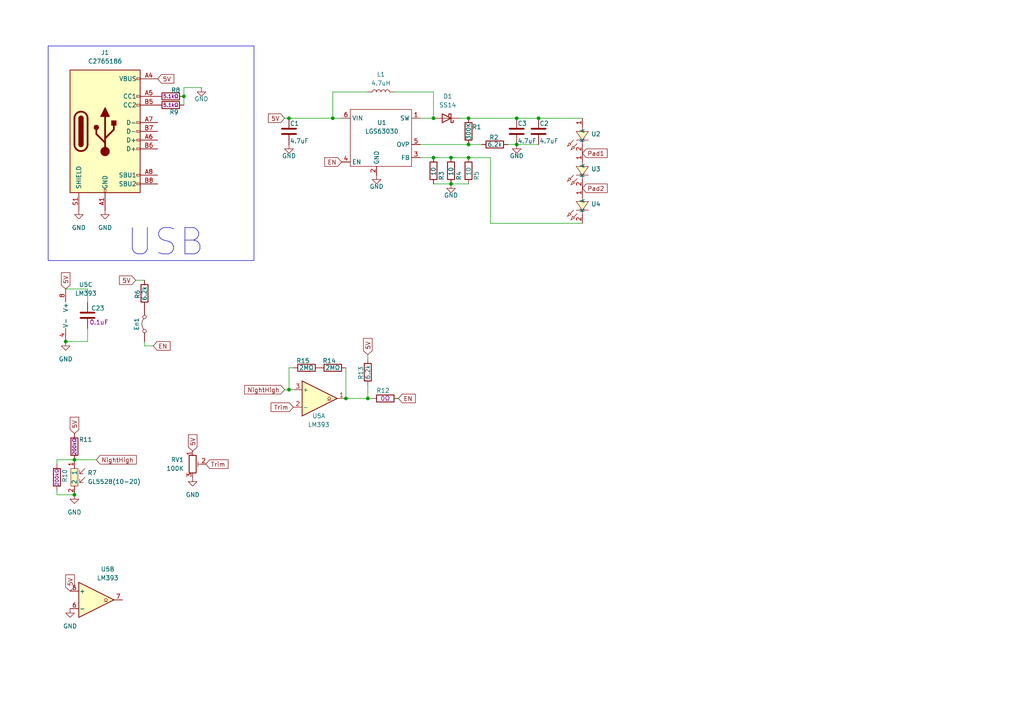
<source format=kicad_sch>
(kicad_sch (version 20250114) (generator "eeschema") (generator_version "9.0")
  (paper "A4")
  (lib_symbols
    (symbol "Comparator:LM393" (pin_names (offset 0.127))
      (property "Reference" "U" (at 3.81 3.81 0))
      (property "Value" "LM393" (at 6.35 -3.81 0))
      (symbol "LM393_1_1"
        (polyline (pts (xy -5.08 5.08) (xy 5.08 0) (xy -5.08 -5.08) (xy -5.08 5.08)) (stroke (width 0.254)) (fill (type background)))
        (polyline (pts (xy 3.302 -0.508) (xy 2.794 -0.508) (xy 3.302 0) (xy 2.794 0.508) (xy 2.286 0) (xy 2.794 -0.508) (xy 2.286 -0.508)) (stroke (width 0.127)))
        (pin input line (at -7.62 2.54 0) (length 2.54) (name "+") (number "3"))
        (pin input line (at -7.62 -2.54 0) (length 2.54) (name "-") (number "2"))
        (pin open_collector line (at 7.62 0 180) (length 2.54) (name "~") (number "1"))
      )
      (symbol "LM393_2_1"
        (polyline (pts (xy -5.08 5.08) (xy 5.08 0) (xy -5.08 -5.08) (xy -5.08 5.08)) (stroke (width 0.254)) (fill (type background)))
        (polyline (pts (xy 3.302 -0.508) (xy 2.794 -0.508) (xy 3.302 0) (xy 2.794 0.508) (xy 2.286 0) (xy 2.794 -0.508) (xy 2.286 -0.508)) (stroke (width 0.127)))
        (pin input line (at -7.62 2.54 0) (length 2.54) (name "+") (number "5"))
        (pin input line (at -7.62 -2.54 0) (length 2.54) (name "-") (number "6"))
        (pin open_collector line (at 7.62 0 180) (length 2.54) (name "~") (number "7"))
      )
      (symbol "LM393_3_1"
        (pin power_in line (at -2.54 7.62 270) (length 3.81) (name "V+") (number "8"))
        (pin power_in line (at -2.54 -7.62 90) (length 3.81) (name "V-") (number "4"))
      )
    )
    (symbol "Connector:USB_C_Receptacle_USB2.0_16P" (pin_names (offset 1.016))
      (property "Reference" "J" (at 0 22.225 0))
      (property "Value" "USB_C_Receptacle_USB2.0_16P" (at 0 19.685 0))
      (symbol "USB_C_Receptacle_USB2.0_16P_0_0"
        (rectangle (start -0.254 -17.78) (end 0.254 -16.764))
        (rectangle (start 10.16 15.494) (end 9.144 14.986))
        (rectangle (start 10.16 10.414) (end 9.144 9.906))
        (rectangle (start 10.16 7.874) (end 9.144 7.366))
        (rectangle (start 10.16 2.794) (end 9.144 2.286))
        (rectangle (start 10.16 0.254) (end 9.144 -0.254))
        (rectangle (start 10.16 -2.286) (end 9.144 -2.794))
        (rectangle (start 10.16 -4.826) (end 9.144 -5.334))
        (rectangle (start 10.16 -12.446) (end 9.144 -12.954))
        (rectangle (start 10.16 -14.986) (end 9.144 -15.494))
      )
      (symbol "USB_C_Receptacle_USB2.0_16P_0_1"
        (rectangle (start -10.16 17.78) (end 10.16 -17.78) (stroke (width 0.254)) (fill (type background)))
        (polyline (pts (xy -8.89 -3.81) (xy -8.89 3.81)) (stroke (width 0.508)))
        (rectangle (start -7.62 -3.81) (end -6.35 3.81) (stroke (width 0.254)) (fill (type outline)))
        (arc (start -7.62 3.81) (mid -6.985 4.4423) (end -6.35 3.81) (stroke (width 0.254)))
        (arc (start -7.62 3.81) (mid -6.985 4.4423) (end -6.35 3.81) (stroke (width 0.254)) (fill (type outline)))
        (arc (start -8.89 3.81) (mid -6.985 5.7067) (end -5.08 3.81) (stroke (width 0.508)))
        (arc (start -5.08 -3.81) (mid -6.985 -5.7067) (end -8.89 -3.81) (stroke (width 0.508)))
        (arc (start -6.35 -3.81) (mid -6.985 -4.4423) (end -7.62 -3.81) (stroke (width 0.254)))
        (arc (start -6.35 -3.81) (mid -6.985 -4.4423) (end -7.62 -3.81) (stroke (width 0.254)) (fill (type outline)))
        (polyline (pts (xy -5.08 3.81) (xy -5.08 -3.81)) (stroke (width 0.508)))
        (circle (center -2.54 1.143) (radius 0.635) (stroke (width 0.254)) (fill (type outline)))
        (polyline (pts (xy -1.27 4.318) (xy 0 6.858) (xy 1.27 4.318) (xy -1.27 4.318)) (stroke (width 0.254)) (fill (type outline)))
        (polyline (pts (xy 0 -2.032) (xy 2.54 0.508) (xy 2.54 1.778)) (stroke (width 0.508)))
        (polyline (pts (xy 0 -3.302) (xy -2.54 -0.762) (xy -2.54 0.508)) (stroke (width 0.508)))
        (polyline (pts (xy 0 -5.842) (xy 0 4.318)) (stroke (width 0.508)))
        (circle (center 0 -5.842) (radius 1.27) (fill (type outline)))
        (rectangle (start 1.905 1.778) (end 3.175 3.048) (stroke (width 0.254)) (fill (type outline)))
      )
      (symbol "USB_C_Receptacle_USB2.0_16P_1_1"
        (pin passive line (at -7.62 -22.86 90) (length 5.08) (name "SHIELD") (number "S1"))
        (pin passive line (at 0 -22.86 90) (length 5.08) (name "GND") (number "A1"))
        (pin passive line (at 0 -22.86 90) (length 5.08) (hide yes) (name "GND") (number "A12"))
        (pin passive line (at 0 -22.86 90) (length 5.08) (hide yes) (name "GND") (number "B1"))
        (pin passive line (at 0 -22.86 90) (length 5.08) (hide yes) (name "GND") (number "B12"))
        (pin passive line (at 15.24 15.24 180) (length 5.08) (name "VBUS") (number "A4"))
        (pin passive line (at 15.24 15.24 180) (length 5.08) (hide yes) (name "VBUS") (number "A9"))
        (pin passive line (at 15.24 15.24 180) (length 5.08) (hide yes) (name "VBUS") (number "B4"))
        (pin passive line (at 15.24 15.24 180) (length 5.08) (hide yes) (name "VBUS") (number "B9"))
        (pin bidirectional line (at 15.24 10.16 180) (length 5.08) (name "CC1") (number "A5"))
        (pin bidirectional line (at 15.24 7.62 180) (length 5.08) (name "CC2") (number "B5"))
        (pin bidirectional line (at 15.24 2.54 180) (length 5.08) (name "D-") (number "A7"))
        (pin bidirectional line (at 15.24 0 180) (length 5.08) (name "D-") (number "B7"))
        (pin bidirectional line (at 15.24 -2.54 180) (length 5.08) (name "D+") (number "A6"))
        (pin bidirectional line (at 15.24 -5.08 180) (length 5.08) (name "D+") (number "B6"))
        (pin bidirectional line (at 15.24 -12.7 180) (length 5.08) (name "SBU1") (number "A8"))
        (pin bidirectional line (at 15.24 -15.24 180) (length 5.08) (name "SBU2") (number "B8"))
      )
    )
    (symbol "Device:C" (pin_numbers (hide yes)) (pin_names (offset 0.254))
      (property "Reference" "C" (at 0.635 2.54 0))
      (property "Value" "C" (at 0.635 -2.54 0))
      (symbol "C_0_1"
        (polyline (pts (xy -2.032 0.762) (xy 2.032 0.762)) (stroke (width 0.508)))
        (polyline (pts (xy -2.032 -0.762) (xy 2.032 -0.762)) (stroke (width 0.508)))
      )
      (symbol "C_1_1"
        (pin passive line (at 0 3.81 270) (length 2.794) (name "~") (number "1"))
        (pin passive line (at 0 -3.81 90) (length 2.794) (name "~") (number "2"))
      )
    )
    (symbol "Device:L" (pin_numbers (hide yes)) (pin_names (offset 1.016) (hide yes))
      (property "Reference" "L" (at -1.27 0 90))
      (property "Value" "L" (at 1.905 0 90))
      (symbol "L_0_1"
        (arc (start 0 2.54) (mid 0.6323 1.905) (end 0 1.27))
        (arc (start 0 1.27) (mid 0.6323 0.635) (end 0 0))
        (arc (start 0 0) (mid 0.6323 -0.635) (end 0 -1.27))
        (arc (start 0 -1.27) (mid 0.6323 -1.905) (end 0 -2.54))
      )
      (symbol "L_1_1"
        (pin passive line (at 0 3.81 270) (length 1.27) (name "1") (number "1"))
        (pin passive line (at 0 -3.81 90) (length 1.27) (name "2") (number "2"))
      )
    )
    (symbol "Device:R" (pin_numbers (hide yes)) (pin_names (offset 0))
      (property "Reference" "R" (at 2.032 0 90))
      (property "Value" "R" (at 0 0 90))
      (symbol "R_0_1"
        (rectangle (start -1.016 -2.54) (end 1.016 2.54) (stroke (width 0.254)))
      )
      (symbol "R_1_1"
        (pin passive line (at 0 3.81 270) (length 1.27) (name "~") (number "1"))
        (pin passive line (at 0 -3.81 90) (length 1.27) (name "~") (number "2"))
      )
    )
    (symbol "Device:R_Potentiometer_Trim" (pin_names (offset 1.016) (hide yes))
      (property "Reference" "RV" (at -4.445 0 90))
      (property "Value" "R_Potentiometer_Trim" (at -2.54 0 90))
      (symbol "R_Potentiometer_Trim_0_1"
        (rectangle (start 1.016 2.54) (end -1.016 -2.54) (stroke (width 0.254)))
        (polyline (pts (xy 1.524 0.762) (xy 1.524 -0.762)))
        (polyline (pts (xy 2.54 0) (xy 1.524 0)))
      )
      (symbol "R_Potentiometer_Trim_1_1"
        (pin passive line (at 0 3.81 270) (length 1.27) (name "1") (number "1"))
        (pin passive line (at 0 -3.81 90) (length 1.27) (name "3") (number "3"))
        (pin passive line (at 3.81 0 180) (length 1.27) (name "2") (number "2"))
      )
    )
    (symbol "Diode:SS14" (pin_numbers (hide yes)) (pin_names (offset 1.016) (hide yes))
      (property "Reference" "D" (at 0 2.54 0))
      (property "Value" "SS14" (at 0 -2.54 0))
      (symbol "SS14_0_1"
        (polyline (pts (xy -1.905 0.635) (xy -1.905 1.27) (xy -1.27 1.27) (xy -1.27 -1.27) (xy -0.635 -1.27) (xy -0.635 -0.635)) (stroke (width 0.254)))
        (polyline (pts (xy 1.27 1.27) (xy 1.27 -1.27) (xy -1.27 0) (xy 1.27 1.27)) (stroke (width 0.254)))
        (polyline (pts (xy 1.27 0) (xy -1.27 0)))
      )
      (symbol "SS14_1_1"
        (pin passive line (at -3.81 0 0) (length 2.54) (name "K") (number "1"))
        (pin passive line (at 3.81 0 180) (length 2.54) (name "A") (number "2"))
      )
    )
    (symbol "EasyEDA:GL5528(10-20)"
      (property "Reference" "R" (at 0 3.81 0))
      (property "Value" "GL5528(10-20)" (at 0 -6.35 0))
      (symbol "GL5528(10-20)_0_1"
        (polyline (pts (xy -2.54 1.78) (xy -1.02 0.25)))
        (rectangle (start -2.54 -0.25) (end 2.54 -2.29) (fill (type background)))
        (polyline (pts (xy -1.02 1.27) (xy -1.02 0.25) (xy -2.03 0.25)))
        (polyline (pts (xy 0 1.78) (xy 1.52 0.25)))
        (polyline (pts (xy 1.52 1.27) (xy 1.52 0.25) (xy 0.51 0.25)))
        (pin input line (at -5.08 -1.27 0) (length 2.54) (name "1") (number "1"))
        (pin input line (at 5.08 -1.27 180) (length 2.54) (name "2") (number "2"))
      )
    )
    (symbol "EasyEDA:JNJ-LTAU0106W90_Q15MIL_365-370NM"
      (property "Reference" "U" (at 0 5.08 0))
      (property "Value" "JNJ-LTAU0106W90/Q15MIL/365-370NM" (at 0 -5.08 0))
      (symbol "JNJ-LTAU0106W90_Q15MIL_365-370NM_0_1"
        (polyline (pts (xy -4.06 3.3) (xy -3.05 2.79) (xy -3.56 2.29) (xy -4.06 3.3)) (fill (type background)))
        (polyline (pts (xy -3.05 4.32) (xy -2.03 3.81) (xy -2.54 3.3) (xy -3.05 4.32)) (fill (type background)))
        (polyline (pts (xy -2.29 1.52) (xy -3.3 2.54) (xy -2.29 1.52)) (fill (type background)))
        (polyline (pts (xy -1.27 2.54) (xy -2.29 3.56) (xy -1.27 2.54)) (fill (type background)))
        (polyline (pts (xy -1.27 1.78) (xy -1.27 -1.78)))
        (polyline (pts (xy -1.27 0) (xy -2.54 0)))
        (polyline (pts (xy 1.27 1.78) (xy -1.27 0) (xy 1.27 -1.78) (xy 1.27 1.78)) (fill (type background)))
        (polyline (pts (xy 2.54 0) (xy 1.27 0)))
        (pin unspecified line (at -5.08 0 0) (length 2.54) (name "K") (number "2"))
        (pin unspecified line (at 5.08 0 180) (length 2.54) (name "A") (number "1"))
      )
    )
    (symbol "EasyEDA:LGS63030"
      (property "Reference" "U" (at -4.318 4.064 0))
      (property "Value" "LGS63030" (at 0 1.778 0))
      (symbol "LGS63030_0_1"
        (rectangle (start -10.16 7.62) (end 7.62 -8.89))
        (pin power_in line (at -12.7 5.08 0) (length 2.54) (name "VIN") (number "6"))
        (pin unspecified line (at -12.7 -7.62 0) (length 2.54) (name "EN") (number "4"))
        (pin unspecified line (at -2.54 -11.43 90) (length 2.54) (name "GND") (number "2"))
        (pin unspecified line (at 10.16 5.08 180) (length 2.54) (name "SW") (number "1"))
        (pin unspecified line (at 10.16 -2.54 180) (length 2.54) (name "OVP") (number "5"))
        (pin unspecified line (at 10.16 -6.35 180) (length 2.54) (name "FB") (number "3"))
      )
    )
    (symbol "Jumper:Jumper_2_Bridged" (pin_numbers (hide yes)) (pin_names (offset 0) (hide yes))
      (property "Reference" "JP" (at 0 1.905 0))
      (property "Value" "Jumper_2_Bridged" (at 0 -2.54 0))
      (symbol "Jumper_2_Bridged_0_0"
        (circle (center -2.032 0) (radius 0.508))
        (circle (center 2.032 0) (radius 0.508))
      )
      (symbol "Jumper_2_Bridged_0_1"
        (arc (start -1.524 0.254) (mid 0 0.762) (end 1.524 0.254))
      )
      (symbol "Jumper_2_Bridged_1_1"
        (pin passive line (at -5.08 0 0) (length 2.54) (name "A") (number "1"))
        (pin passive line (at 5.08 0 180) (length 2.54) (name "B") (number "2"))
      )
    )
    (symbol "power:GND" (power) (pin_numbers (hide yes)) (pin_names (offset 0) (hide yes))
      (property "Value" "GND" (at 0 -3.81 0))
      (symbol "GND_0_1"
        (polyline (pts (xy 0 0) (xy 0 -1.27) (xy 1.27 -1.27) (xy 0 -2.54) (xy -1.27 -1.27) (xy 0 -1.27)))
      )
      (symbol "GND_1_1"
        (pin power_in line (at 0 0 270) (length 0) (name "~") (number "1"))
      )
    )
  )
  (rectangle (start 13.97 13.335) (end 73.66 75.565))
  (text "USB" (at 48.006 70.358 0) (effects (font (size 7.62 7.62))))
  (junction (at 53.34 27.94))
  (junction (at 135.89 41.91))
  (junction (at 135.89 34.29))
  (junction (at 125.73 45.72))
  (junction (at 83.82 34.29))
  (junction (at 96.52 34.29))
  (junction (at 156.21 34.29))
  (junction (at 135.89 45.72))
  (junction (at 100.33 115.57))
  (junction (at 149.86 34.29))
  (junction (at 21.59 133.35))
  (junction (at 106.68 115.57))
  (junction (at 149.86 41.91))
  (junction (at 125.73 34.29))
  (junction (at 19.05 99.06))
  (junction (at 130.81 53.34))
  (junction (at 130.81 45.72))
  (junction (at 21.59 143.51))
  (junction (at 83.82 113.03))
  (wire (pts (xy 25.4 83.82) (xy 25.4 87.63)))
  (wire (pts (xy 53.34 27.94) (xy 53.34 30.48)))
  (wire (pts (xy 130.81 45.72) (xy 135.89 45.72)))
  (wire (pts (xy 96.52 26.67) (xy 106.68 26.67)))
  (wire (pts (xy 156.21 34.29) (xy 168.91 34.29)))
  (wire (pts (xy 85.09 106.68) (xy 83.82 106.68)))
  (wire (pts (xy 53.34 25.4) (xy 53.34 27.94)))
  (wire (pts (xy 100.33 115.57) (xy 106.68 115.57)))
  (wire (pts (xy 114.3 115.57) (xy 115.57 115.57)))
  (wire (pts (xy 19.05 99.06) (xy 25.4 99.06)))
  (wire (pts (xy 121.92 45.72) (xy 125.73 45.72)))
  (wire (pts (xy 16.51 133.35) (xy 21.59 133.35)))
  (wire (pts (xy 82.55 34.29) (xy 83.82 34.29)))
  (wire (pts (xy 106.68 102.87) (xy 106.68 104.14)))
  (wire (pts (xy 149.86 34.29) (xy 156.21 34.29)))
  (wire (pts (xy 16.51 134.62) (xy 16.51 133.35)))
  (wire (pts (xy 130.81 53.34) (xy 135.89 53.34)))
  (wire (pts (xy 21.59 133.35) (xy 27.94 133.35)))
  (wire (pts (xy 135.89 34.29) (xy 149.86 34.29)))
  (wire (pts (xy 168.91 64.77) (xy 142.24 64.77)))
  (wire (pts (xy 121.92 41.91) (xy 135.89 41.91)))
  (wire (pts (xy 58.42 25.4) (xy 53.34 25.4)))
  (wire (pts (xy 133.35 34.29) (xy 135.89 34.29)))
  (wire (pts (xy 19.05 83.82) (xy 25.4 83.82)))
  (wire (pts (xy 21.59 142.24) (xy 21.59 143.51)))
  (wire (pts (xy 83.82 106.68) (xy 83.82 113.03)))
  (wire (pts (xy 106.68 111.76) (xy 106.68 115.57)))
  (wire (pts (xy 96.52 26.67) (xy 96.52 34.29)))
  (wire (pts (xy 135.89 41.91) (xy 139.7 41.91)))
  (wire (pts (xy 142.24 45.72) (xy 142.24 64.77)))
  (wire (pts (xy 125.73 53.34) (xy 130.81 53.34)))
  (wire (pts (xy 125.73 26.67) (xy 125.73 34.29)))
  (wire (pts (xy 16.51 142.24) (xy 16.51 143.51)))
  (wire (pts (xy 125.73 34.29) (xy 121.92 34.29)))
  (wire (pts (xy 83.82 113.03) (xy 85.09 113.03)))
  (wire (pts (xy 149.86 41.91) (xy 156.21 41.91)))
  (wire (pts (xy 83.82 34.29) (xy 96.52 34.29)))
  (wire (pts (xy 25.4 95.25) (xy 25.4 99.06)))
  (wire (pts (xy 41.91 99.06) (xy 41.91 100.33)))
  (wire (pts (xy 39.37 81.28) (xy 41.91 81.28)))
  (wire (pts (xy 83.82 113.03) (xy 82.55 113.03)))
  (wire (pts (xy 106.68 115.57) (xy 107.95 115.57)))
  (wire (pts (xy 100.33 106.68) (xy 100.33 115.57)))
  (wire (pts (xy 96.52 34.29) (xy 99.06 34.29)))
  (wire (pts (xy 16.51 143.51) (xy 21.59 143.51)))
  (wire (pts (xy 41.91 100.33) (xy 44.45 100.33)))
  (wire (pts (xy 147.32 41.91) (xy 149.86 41.91)))
  (wire (pts (xy 125.73 45.72) (xy 130.81 45.72)))
  (wire (pts (xy 135.89 45.72) (xy 142.24 45.72)))
  (wire (pts (xy 114.3 26.67) (xy 125.73 26.67)))
  (global_label "5V" (shape input) (at 20.32 171.45 90) (property "Intersheetrefs" "${INTERSHEET_REFS}" (effects (hide yes))))
  (global_label "EN" (shape input) (at 115.57 115.57 0) (property "Intersheetrefs" "${INTERSHEET_REFS}" (effects (hide yes))))
  (global_label "5V" (shape input) (at 106.68 102.87 90) (property "Intersheetrefs" "${INTERSHEET_REFS}" (effects (hide yes))))
  (global_label "5V" (shape input) (at 82.55 34.29 180) (property "Intersheetrefs" "${INTERSHEET_REFS}" (effects (hide yes))))
  (global_label "Pad1" (shape input) (at 168.91 44.45 0) (property "Intersheetrefs" "${INTERSHEET_REFS}" (effects (hide yes))))
  (global_label "Trim" (shape input) (at 59.69 134.62 0) (property "Intersheetrefs" "${INTERSHEET_REFS}" (effects (hide yes))))
  (global_label "5V" (shape input) (at 19.05 83.82 90) (property "Intersheetrefs" "${INTERSHEET_REFS}" (effects (hide yes))))
  (global_label "5V" (shape input) (at 55.88 130.81 90) (property "Intersheetrefs" "${INTERSHEET_REFS}" (effects (hide yes))))
  (global_label "NightHigh" (shape input) (at 82.55 113.03 180) (property "Intersheetrefs" "${INTERSHEET_REFS}" (effects (hide yes))))
  (global_label "EN" (shape input) (at 99.06 46.99 180) (property "Intersheetrefs" "${INTERSHEET_REFS}" (effects (hide yes))))
  (global_label "EN" (shape input) (at 44.45 100.33 0) (property "Intersheetrefs" "${INTERSHEET_REFS}" (effects (hide yes))))
  (global_label "5V" (shape input) (at 45.72 22.86 0) (property "Intersheetrefs" "${INTERSHEET_REFS}" (effects (hide yes))))
  (global_label "NightHigh" (shape input) (at 27.94 133.35 0) (property "Intersheetrefs" "${INTERSHEET_REFS}" (effects (hide yes))))
  (global_label "5V" (shape input) (at 21.59 125.73 90) (property "Intersheetrefs" "${INTERSHEET_REFS}" (effects (hide yes))))
  (global_label "Trim" (shape input) (at 85.09 118.11 180) (property "Intersheetrefs" "${INTERSHEET_REFS}" (effects (hide yes))))
  (global_label "5V" (shape input) (at 39.37 81.28 180) (property "Intersheetrefs" "${INTERSHEET_REFS}" (effects (hide yes))))
  (global_label "Pad2" (shape input) (at 168.91 54.61 0) (property "Intersheetrefs" "${INTERSHEET_REFS}" (effects (hide yes))))
  (symbol (lib_id "Device:C") (at 25.4 91.44 0) (unit 1)
    (property "Reference" "C23" (at 26.416 89.408 0) (effects (justify left)))
    (property "Value" "C1525" (effects (hide yes)))
    (property "Footprint" "Capacitor_SMD:C_0402_1005Metric" (effects (hide yes)))
    (property "Datasheet" "https://jlcpcb.com/partdetail/1877-CL05B104KO5NNNC/C1525" (effects (hide yes)))
    (property "Description" "Unpolarized capacitor" (effects (hide yes)))
    (property "Field5" "0.1uF" (at 28.702 93.472 0))
  )
  (symbol (lib_id "Device:R_Potentiometer_Trim") (at 55.88 134.62 0) (unit 1)
    (property "Reference" "RV1" (at 53.34 133.3499 0) (effects (justify right)))
    (property "Value" "100K" (at 53.34 135.8899 0) (effects (justify right)))
    (property "Footprint" "Potentiometer_THT:Potentiometer_Bourns_3339S_Horizontal" (effects (hide yes)))
    (property "Datasheet" "https://jlcpcb.com/partdetail/120235-3362P_1104/C118966" (effects (hide yes)))
    (property "Description" "Trim-potentiometer" (effects (hide yes)))
    (property "LCSC" "C118966" (effects (hide yes)))
  )
  (symbol (lib_id "EasyEDA:JNJ-LTAU0106W90_Q15MIL_365-370NM") (at 168.91 39.37 90) (unit 1)
    (property "Reference" "U2" (at 171.45 38.8599 90) (effects (justify right)))
    (property "Value" "JNJ-LTAU0106W90/Q15MIL/365-370NM" (effects (hide yes)))
    (property "Footprint" "EasyEDA:LED-SMD_L3.5-W2.8-FD_GREEN-1" (effects (hide yes)))
    (property "LCSC Part" "C7500133" (effects (hide yes)))
  )
  (symbol (lib_id "power:GND") (at 22.86 60.96 0) (unit 1)
    (property "Reference" "#PWR014" (effects (hide yes)))
    (property "Value" "GND" (at 22.86 66.04 0))
    (property "Description" "Power symbol creates a global label with name \"GND\" , ground" (effects (hide yes)))
  )
  (symbol (lib_id "Comparator:LM393") (at 27.94 173.99 0) (unit 2)
    (property "Reference" "U5" (at 31.242 165.1 0))
    (property "Value" "LM393" (at 31.242 167.64 0))
    (property "Footprint" "Package_SO:SOIC-8_3.9x4.9mm_P1.27mm" (effects (hide yes)))
    (property "Datasheet" "http://www.ti.com/lit/ds/symlink/lm393.pdf" (effects (hide yes)))
    (property "Description" "Low-Power, Low-Offset Voltage, Dual Comparators, DIP-8/SOIC-8/TO-99-8" (effects (hide yes)))
  )
  (symbol (lib_id "power:GND") (at 20.32 176.53 0) (unit 1)
    (property "Reference" "#PWR09" (effects (hide yes)))
    (property "Value" "GND" (at 20.32 181.61 0))
    (property "Description" "Power symbol creates a global label with name \"GND\" , ground" (effects (hide yes)))
  )
  (symbol (lib_id "power:GND") (at 130.81 53.34 0) (unit 1)
    (property "Reference" "#PWR05" (effects (hide yes)))
    (property "Value" "GND" (at 130.81 56.642 0))
    (property "Description" "Power symbol creates a global label with name \"GND\" , ground" (effects (hide yes)))
  )
  (symbol (lib_id "Device:C") (at 83.82 38.1 0) (unit 1)
    (property "Reference" "C1" (at 84.074 35.814 0) (effects (justify left)))
    (property "Value" "4.7uF" (at 84.074 40.894 0) (effects (justify left)))
    (property "Footprint" "Capacitor_SMD:C_0805_2012Metric" (effects (hide yes)))
    (property "Datasheet" "https://jlcpcb.com/partdetail/2131-CL21A475KAQNNNE/C1779" (effects (hide yes)))
    (property "Description" "Unpolarized capacitor" (effects (hide yes)))
    (property "LCSC" "C1779" (effects (hide yes)))
  )
  (symbol (lib_id "power:GND") (at 55.88 138.43 0) (unit 1)
    (property "Reference" "#PWR08" (effects (hide yes)))
    (property "Value" "GND" (at 55.88 143.51 0))
    (property "Description" "Power symbol creates a global label with name \"GND\" , ground" (effects (hide yes)))
  )
  (symbol (lib_id "Device:R") (at 130.81 49.53 0) (unit 1)
    (property "Reference" "R4" (at 133.096 52.324 90) (effects (justify left)))
    (property "Value" "10" (at 130.81 51.054 90) (effects (justify left)))
    (property "Footprint" "Resistor_SMD:R_0603_1608Metric" (effects (hide yes)))
    (property "Datasheet" "https://jlcpcb.com/partdetail/23586-0603WAF100JT5E/C22859" (effects (hide yes)))
    (property "Description" "Resistor" (effects (hide yes)))
    (property "LCSC" "C22859" (effects (hide yes)))
  )
  (symbol (lib_id "Device:C") (at 156.21 38.1 0) (unit 1)
    (property "Reference" "C2" (at 156.464 35.814 0) (effects (justify left)))
    (property "Value" "4.7uF" (at 156.464 40.894 0) (effects (justify left)))
    (property "Footprint" "Capacitor_SMD:C_0805_2012Metric" (effects (hide yes)))
    (property "Datasheet" "https://jlcpcb.com/partdetail/2131-CL21A475KAQNNNE/C1779" (effects (hide yes)))
    (property "Description" "Unpolarized capacitor" (effects (hide yes)))
    (property "LCSC" "C1779" (effects (hide yes)))
  )
  (symbol (lib_id "power:GND") (at 58.42 25.4 0) (unit 1)
    (property "Reference" "#PWR016" (effects (hide yes)))
    (property "Value" "GND" (at 58.42 28.702 0))
    (property "Description" "Power symbol creates a global label with name \"GND\" , ground" (effects (hide yes)))
  )
  (symbol (lib_id "EasyEDA:JNJ-LTAU0106W90_Q15MIL_365-370NM") (at 168.91 59.69 90) (unit 1)
    (property "Reference" "U4" (at 171.45 59.1799 90) (effects (justify right)))
    (property "Value" "JNJ-LTAU0106W90/Q15MIL/365-370NM" (effects (hide yes)))
    (property "Footprint" "EasyEDA:LED-SMD_L3.5-W2.8-FD_GREEN-1" (effects (hide yes)))
    (property "LCSC Part" "C7500133" (effects (hide yes)))
  )
  (symbol (lib_id "Device:L") (at 110.49 26.67 90) (unit 1)
    (property "Reference" "L1" (at 110.49 21.59 90))
    (property "Value" "4.7uH" (at 110.49 24.13 90))
    (property "Footprint" "Inductor_SMD:L_0805_2012Metric" (effects (hide yes)))
    (property "Datasheet" "https://jlcpcb.com/partdetail/TDK-MLP2012S4R7MT0S1/C87543" (effects (hide yes)))
    (property "Description" "Inductor" (effects (hide yes)))
    (property "LCSC" "C87543" (effects (hide yes)))
  )
  (symbol (lib_id "Device:C") (at 149.86 38.1 0) (unit 1)
    (property "Reference" "C3" (at 150.114 35.814 0) (effects (justify left)))
    (property "Value" "4.7uF" (at 150.114 40.894 0) (effects (justify left)))
    (property "Footprint" "Capacitor_SMD:C_0805_2012Metric" (effects (hide yes)))
    (property "Datasheet" "https://jlcpcb.com/partdetail/2131-CL21A475KAQNNNE/C1779" (effects (hide yes)))
    (property "Description" "Unpolarized capacitor" (effects (hide yes)))
    (property "LCSC" "C1779" (effects (hide yes)))
  )
  (symbol (lib_id "Device:R") (at 16.51 138.43 0) (unit 1)
    (property "Reference" "R10" (at 18.796 139.954 90) (effects (justify left)))
    (property "Value" "C25764" (effects (hide yes)))
    (property "Footprint" "Resistor_SMD:R_0402_1005Metric" (effects (hide yes)))
    (property "Datasheet" "https://jlcpcb.com/partdetail/26507-0402WGF2003TCE/C25764" (effects (hide yes)))
    (property "Description" "Resistor" (effects (hide yes)))
    (property "Field5" "200kΩ" (at 16.51 138.43 90) (effects (font (size 1.016 1.016))))
  )
  (symbol (lib_id "EasyEDA:JNJ-LTAU0106W90_Q15MIL_365-370NM") (at 168.91 49.53 90) (unit 1)
    (property "Reference" "U3" (at 171.45 49.0199 90) (effects (justify right)))
    (property "Value" "JNJ-LTAU0106W90/Q15MIL/365-370NM" (effects (hide yes)))
    (property "Footprint" "EasyEDA:LED-SMD_L3.5-W2.8-FD_GREEN-1" (effects (hide yes)))
    (property "LCSC Part" "C7500133" (effects (hide yes)))
  )
  (symbol (lib_id "power:GND") (at 149.86 41.91 0) (unit 1)
    (property "Reference" "#PWR03" (effects (hide yes)))
    (property "Value" "GND" (at 149.86 45.212 0))
    (property "Description" "Power symbol creates a global label with name \"GND\" , ground" (effects (hide yes)))
  )
  (symbol (lib_id "Device:R") (at 135.89 38.1 0) (unit 1)
    (property "Reference" "R1" (at 136.906 36.83 0) (effects (justify left)))
    (property "Value" "300K" (at 135.89 40.64 90) (effects (justify left)))
    (property "Footprint" "Resistor_SMD:R_0603_1608Metric" (effects (hide yes)))
    (property "Datasheet" "https://jlcpcb.com/partdetail/23751-0603WAF3003T5E/C23024" (effects (hide yes)))
    (property "Description" "Resistor" (effects (hide yes)))
    (property "LCSC" "C23024" (effects (hide yes)))
  )
  (symbol (lib_id "Device:R") (at 125.73 49.53 0) (unit 1)
    (property "Reference" "R3" (at 128.016 52.324 90) (effects (justify left)))
    (property "Value" "10" (at 125.73 51.054 90) (effects (justify left)))
    (property "Footprint" "Resistor_SMD:R_0603_1608Metric" (effects (hide yes)))
    (property "Datasheet" "https://jlcpcb.com/partdetail/23586-0603WAF100JT5E/C22859" (effects (hide yes)))
    (property "Description" "Resistor" (effects (hide yes)))
    (property "LCSC" "C22859" (effects (hide yes)))
  )
  (symbol (lib_id "Device:R") (at 96.52 106.68 90) (unit 1)
    (property "Reference" "R14" (at 95.504 104.648 90))
    (property "Value" "2MΩ" (at 96.52 106.68 90))
    (property "Footprint" "Resistor_SMD:R_0603_1608Metric" (effects (hide yes)))
    (property "Datasheet" "https://jlcpcb.com/partdetail/23703-0603WAF2004T5E/C22976" (effects (hide yes)))
    (property "Description" "Resistor" (effects (hide yes)))
    (property "LCSC" "C22976" (effects (hide yes)))
  )
  (symbol (lib_id "Device:R") (at 106.68 107.95 180) (unit 1)
    (property "Reference" "R13" (at 104.648 108.204 90))
    (property "Value" "6.2k" (at 106.68 107.95 90))
    (property "Footprint" "Resistor_SMD:R_0603_1608Metric" (effects (hide yes)))
    (property "Datasheet" "https://jlcpcb.com/partdetail/4667-0603WAF6201T5E/C4260" (effects (hide yes)))
    (property "Description" "Resistor" (effects (hide yes)))
    (property "LCSC" "C4260" (effects (hide yes)))
  )
  (symbol (lib_id "Connector:USB_C_Receptacle_USB2.0_16P") (at 30.48 38.1 0) (unit 1)
    (property "Reference" "J1" (at 30.48 15.24 0))
    (property "Value" "C2765186" (at 30.48 17.78 0))
    (property "Footprint" "Connector_USB:USB_C_Receptacle_G-Switch_GT-USB-7010ASV" (effects (hide yes)))
    (property "Datasheet" "https://jlcpcb.com/partdetail/SHOUHAN-TYPE_C_16PIN_2MD_073/C2765186" (effects (hide yes)))
    (property "Description" "USB 2.0-only 16P Type-C Receptacle connector" (effects (hide yes)))
  )
  (symbol (lib_id "power:GND") (at 83.82 41.91 0) (unit 1)
    (property "Reference" "#PWR01" (effects (hide yes)))
    (property "Value" "GND" (at 83.82 45.212 0))
    (property "Description" "Power symbol creates a global label with name \"GND\" , ground" (effects (hide yes)))
  )
  (symbol (lib_id "Device:R") (at 135.89 49.53 0) (unit 1)
    (property "Reference" "R5" (at 138.176 52.324 90) (effects (justify left)))
    (property "Value" "10" (at 135.89 51.054 90) (effects (justify left)))
    (property "Footprint" "Resistor_SMD:R_0603_1608Metric" (effects (hide yes)))
    (property "Datasheet" "https://jlcpcb.com/partdetail/23586-0603WAF100JT5E/C22859" (effects (hide yes)))
    (property "Description" "Resistor" (effects (hide yes)))
    (property "LCSC" "C22859" (effects (hide yes)))
  )
  (symbol (lib_id "Device:R") (at 111.76 115.57 90) (unit 1)
    (property "Reference" "R12" (at 113.03 113.284 90) (effects (justify left)))
    (property "Value" "C17888" (effects (hide yes)))
    (property "Footprint" "Resistor_SMD:R_1206_3216Metric_Pad1.30x1.75mm_HandSolder" (effects (hide yes)))
    (property "Datasheet" "https://jlcpcb.com/partdetail/18576-1206W4F0000T5E/C17888" (effects (hide yes)))
    (property "Description" "Resistor" (effects (hide yes)))
    (property "Field5" "0Ω" (at 111.76 115.57 90))
  )
  (symbol (lib_id "Jumper:Jumper_2_Bridged") (at 41.91 93.98 90) (unit 1)
    (property "Reference" "En1" (at 39.624 93.98 0))
    (property "Value" "Jumper_2_Bridged" (effects (hide yes)))
    (property "Footprint" "TestPoint:TestPoint_2Pads_Pitch2.54mm_Drill0.8mm" (effects (hide yes)))
    (property "Description" "Jumper, 2-pole, closed/bridged" (effects (hide yes)))
  )
  (symbol (lib_id "Device:R") (at 49.53 30.48 90) (unit 1)
    (property "Reference" "R9" (at 51.816 32.512 90) (effects (justify left)))
    (property "Value" "C25905" (effects (hide yes)))
    (property "Footprint" "Resistor_SMD:R_0402_1005Metric" (effects (hide yes)))
    (property "Datasheet" "https://jlcpcb.com/partdetail/26648-0402WGF5101TCE/C25905" (effects (hide yes)))
    (property "Description" "Resistor" (effects (hide yes)))
    (property "V" "5.1kΩ" (at 49.53 30.48 90) (effects (font (size 1.016 1.016))))
  )
  (symbol (lib_id "Comparator:LM393") (at 21.59 91.44 0) (unit 3)
    (property "Reference" "U5" (at 24.892 82.55 0))
    (property "Value" "LM393" (at 24.892 85.09 0))
    (property "Footprint" "Package_SO:SOIC-8_3.9x4.9mm_P1.27mm" (effects (hide yes)))
    (property "Datasheet" "http://www.ti.com/lit/ds/symlink/lm393.pdf" (effects (hide yes)))
    (property "Description" "Low-Power, Low-Offset Voltage, Dual Comparators, DIP-8/SOIC-8/TO-99-8" (effects (hide yes)))
  )
  (symbol (lib_id "Device:R") (at 49.53 27.94 90) (unit 1)
    (property "Reference" "R8" (at 52.324 26.162 90) (effects (justify left)))
    (property "Value" "C25905" (effects (hide yes)))
    (property "Footprint" "Resistor_SMD:R_0402_1005Metric" (effects (hide yes)))
    (property "Datasheet" "https://jlcpcb.com/partdetail/26648-0402WGF5101TCE/C25905" (effects (hide yes)))
    (property "Description" "Resistor" (effects (hide yes)))
    (property "V" "5.1kΩ" (at 49.53 27.94 90) (effects (font (size 1.016 1.016))))
  )
  (symbol (lib_id "EasyEDA:LGS63030") (at 111.76 39.37 0) (unit 1)
    (property "Reference" "U1" (at 110.744 35.56 0))
    (property "Value" "LGS63030" (at 110.744 38.1 0))
    (property "Footprint" "EasyEDA:SOT-23-6_L2.9-W1.6-P0.95-LS2.8-BR" (effects (hide yes)))
    (property "LCSC Part" "C5123976" (effects (hide yes)))
  )
  (symbol (lib_id "Device:R") (at 143.51 41.91 90) (unit 1)
    (property "Reference" "R2" (at 143.256 39.878 90))
    (property "Value" "6.2k" (at 143.51 41.91 90))
    (property "Footprint" "Resistor_SMD:R_0603_1608Metric" (effects (hide yes)))
    (property "Datasheet" "https://jlcpcb.com/partdetail/4667-0603WAF6201T5E/C4260" (effects (hide yes)))
    (property "Description" "Resistor" (effects (hide yes)))
    (property "LCSC" "C4260" (effects (hide yes)))
  )
  (symbol (lib_id "Device:R") (at 88.9 106.68 90) (unit 1)
    (property "Reference" "R15" (at 87.884 104.648 90))
    (property "Value" "2MΩ" (at 88.9 106.68 90))
    (property "Footprint" "Resistor_SMD:R_0603_1608Metric" (effects (hide yes)))
    (property "Datasheet" "https://jlcpcb.com/partdetail/23703-0603WAF2004T5E/C22976" (effects (hide yes)))
    (property "Description" "Resistor" (effects (hide yes)))
    (property "LCSC" "C22976" (effects (hide yes)))
  )
  (symbol (lib_id "Device:R") (at 21.59 129.54 0) (unit 1)
    (property "Reference" "R11" (at 22.86 127.508 0) (effects (justify left)))
    (property "Value" "C25764" (effects (hide yes)))
    (property "Footprint" "Resistor_SMD:R_0402_1005Metric" (effects (hide yes)))
    (property "Datasheet" "https://jlcpcb.com/partdetail/26507-0402WGF2003TCE/C25764" (effects (hide yes)))
    (property "Description" "Resistor" (effects (hide yes)))
    (property "Field5" "200kΩ" (at 21.59 129.54 90) (effects (font (size 1.016 1.016))))
  )
  (symbol (lib_id "Comparator:LM393") (at 92.71 115.57 0) (unit 1)
    (property "Reference" "U5" (at 92.456 120.65 0))
    (property "Value" "LM393" (at 92.456 123.19 0))
    (property "Footprint" "Package_SO:SOIC-8_3.9x4.9mm_P1.27mm" (effects (hide yes)))
    (property "Datasheet" "http://www.ti.com/lit/ds/symlink/lm393.pdf" (effects (hide yes)))
    (property "Description" "Low-Power, Low-Offset Voltage, Dual Comparators, DIP-8/SOIC-8/TO-99-8" (effects (hide yes)))
  )
  (symbol (lib_id "EasyEDA:GL5528(10-20)") (at 22.86 138.43 270) (unit 1)
    (property "Reference" "R7" (at 25.4 137.1599 90) (effects (justify left)))
    (property "Value" "GL5528(10-20)" (at 25.4 139.6999 90) (effects (justify left)))
    (property "Footprint" "EasyEDA:RES-TH_L5.1-W4.3-P3.40-D0.5" (effects (hide yes)))
    (property "Datasheet" "https://lcsc.com/product-detail/Photoresistors_GL5528-10-20-NO-RHOS_C10081.html" (effects (hide yes)))
    (property "LCSC Part" "C10081" (effects (hide yes)))
  )
  (symbol (lib_id "Device:R") (at 41.91 85.09 180) (unit 1)
    (property "Reference" "R6" (at 39.878 85.344 90))
    (property "Value" "6.2k" (at 41.91 85.09 90))
    (property "Footprint" "Resistor_SMD:R_0603_1608Metric" (effects (hide yes)))
    (property "Datasheet" "https://jlcpcb.com/partdetail/4667-0603WAF6201T5E/C4260" (effects (hide yes)))
    (property "Description" "Resistor" (effects (hide yes)))
    (property "LCSC" "C4260" (effects (hide yes)))
  )
  (symbol (lib_id "power:GND") (at 109.22 50.8 0) (unit 1)
    (property "Reference" "#PWR02" (effects (hide yes)))
    (property "Value" "GND" (at 109.22 54.102 0))
    (property "Description" "Power symbol creates a global label with name \"GND\" , ground" (effects (hide yes)))
  )
  (symbol (lib_id "power:GND") (at 30.48 60.96 0) (unit 1)
    (property "Reference" "#PWR04" (effects (hide yes)))
    (property "Value" "GND" (at 30.48 66.04 0))
    (property "Description" "Power symbol creates a global label with name \"GND\" , ground" (effects (hide yes)))
  )
  (symbol (lib_id "Diode:SS14") (at 129.54 34.29 180) (unit 1)
    (property "Reference" "D1" (at 129.8575 27.94 0))
    (property "Value" "SS14" (at 129.8575 30.48 0))
    (property "Footprint" "Diode_SMD:D_SMA" (effects (hide yes)))
    (property "Datasheet" "https://www.vishay.com/docs/88746/ss12.pdf" (effects (hide yes)))
    (property "Description" "40V 1A Schottky Diode, SMA" (effects (hide yes)))
  )
  (symbol (lib_id "power:GND") (at 21.59 143.51 0) (unit 1)
    (property "Reference" "#PWR07" (effects (hide yes)))
    (property "Value" "GND" (at 21.59 148.59 0))
    (property "Description" "Power symbol creates a global label with name \"GND\" , ground" (effects (hide yes)))
  )
  (symbol (lib_id "power:GND") (at 19.05 99.06 0) (unit 1)
    (property "Reference" "#PWR06" (effects (hide yes)))
    (property "Value" "GND" (at 19.05 104.14 0))
    (property "Description" "Power symbol creates a global label with name \"GND\" , ground" (effects (hide yes)))
  )
)
</source>
